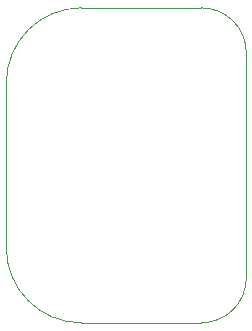
<source format=gm1>
%TF.GenerationSoftware,KiCad,Pcbnew,(5.1.9)-1*%
%TF.CreationDate,2022-08-29T18:21:33+02:00*%
%TF.ProjectId,mux,6d75782e-6b69-4636-9164-5f7063625858,rev?*%
%TF.SameCoordinates,Original*%
%TF.FileFunction,Profile,NP*%
%FSLAX46Y46*%
G04 Gerber Fmt 4.6, Leading zero omitted, Abs format (unit mm)*
G04 Created by KiCad (PCBNEW (5.1.9)-1) date 2022-08-29 18:21:33*
%MOMM*%
%LPD*%
G01*
G04 APERTURE LIST*
%TA.AperFunction,Profile*%
%ADD10C,0.050000*%
%TD*%
G04 APERTURE END LIST*
D10*
X154240000Y-63010000D02*
G75*
G02*
X150430000Y-66820000I-3810000J0D01*
G01*
X150430000Y-40150000D02*
G75*
G02*
X154240000Y-43960000I0J-3810000D01*
G01*
X140270000Y-66820000D02*
G75*
G02*
X133920000Y-60470000I0J6350000D01*
G01*
X133920000Y-46500000D02*
G75*
G02*
X140270000Y-40150000I6350000J0D01*
G01*
X154240000Y-63010000D02*
X154240000Y-43960000D01*
X140270000Y-66820000D02*
X150430000Y-66820000D01*
X133920000Y-46500000D02*
X133920000Y-60470000D01*
X150430000Y-40150000D02*
X140270000Y-40150000D01*
M02*

</source>
